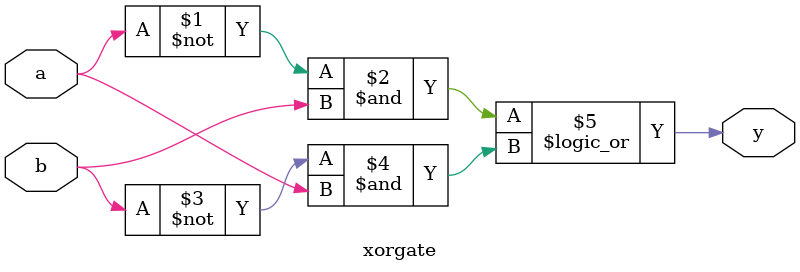
<source format=v>
module xorgate (a, b, y);
  input a, b;
  output y;
  assign y = ~a&b || ~b&a;
endmodule

</source>
